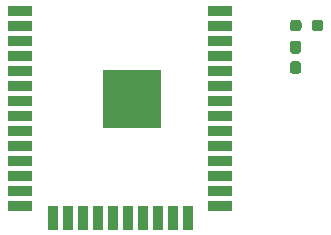
<source format=gbp>
G04 #@! TF.GenerationSoftware,KiCad,Pcbnew,(5.1.12)-1*
G04 #@! TF.CreationDate,2022-05-31T10:14:08-04:00*
G04 #@! TF.ProjectId,OMC_WIFI_PCB,4f4d435f-5749-4464-995f-5043422e6b69,rev?*
G04 #@! TF.SameCoordinates,Original*
G04 #@! TF.FileFunction,Paste,Bot*
G04 #@! TF.FilePolarity,Positive*
%FSLAX46Y46*%
G04 Gerber Fmt 4.6, Leading zero omitted, Abs format (unit mm)*
G04 Created by KiCad (PCBNEW (5.1.12)-1) date 2022-05-31 10:14:08*
%MOMM*%
%LPD*%
G01*
G04 APERTURE LIST*
%ADD10R,2.000000X0.900000*%
%ADD11R,0.900000X2.000000*%
%ADD12R,5.000000X5.000000*%
G04 APERTURE END LIST*
G36*
G01*
X678362500Y972837500D02*
X678362500Y972362500D01*
G75*
G02*
X678125000Y972125000I-237500J0D01*
G01*
X677625000Y972125000D01*
G75*
G02*
X677387500Y972362500I0J237500D01*
G01*
X677387500Y972837500D01*
G75*
G02*
X677625000Y973075000I237500J0D01*
G01*
X678125000Y973075000D01*
G75*
G02*
X678362500Y972837500I0J-237500D01*
G01*
G37*
G36*
G01*
X680187500Y972837500D02*
X680187500Y972362500D01*
G75*
G02*
X679950000Y972125000I-237500J0D01*
G01*
X679450000Y972125000D01*
G75*
G02*
X679212500Y972362500I0J237500D01*
G01*
X679212500Y972837500D01*
G75*
G02*
X679450000Y973075000I237500J0D01*
G01*
X679950000Y973075000D01*
G75*
G02*
X680187500Y972837500I0J-237500D01*
G01*
G37*
G36*
G01*
X677612500Y969575000D02*
X678087500Y969575000D01*
G75*
G02*
X678325000Y969337500I0J-237500D01*
G01*
X678325000Y968737500D01*
G75*
G02*
X678087500Y968500000I-237500J0D01*
G01*
X677612500Y968500000D01*
G75*
G02*
X677375000Y968737500I0J237500D01*
G01*
X677375000Y969337500D01*
G75*
G02*
X677612500Y969575000I237500J0D01*
G01*
G37*
G36*
G01*
X677612500Y971300000D02*
X678087500Y971300000D01*
G75*
G02*
X678325000Y971062500I0J-237500D01*
G01*
X678325000Y970462500D01*
G75*
G02*
X678087500Y970225000I-237500J0D01*
G01*
X677612500Y970225000D01*
G75*
G02*
X677375000Y970462500I0J237500D01*
G01*
X677375000Y971062500D01*
G75*
G02*
X677612500Y971300000I237500J0D01*
G01*
G37*
D10*
X654500000Y973850000D03*
X654500000Y972580000D03*
X654500000Y971310000D03*
X654500000Y970040000D03*
X654500000Y968770000D03*
X654500000Y967500000D03*
X654500000Y966230000D03*
X654500000Y964960000D03*
X654500000Y963690000D03*
X654500000Y962420000D03*
X654500000Y961150000D03*
X654500000Y959880000D03*
X654500000Y958610000D03*
X654500000Y957340000D03*
D11*
X657285000Y956340000D03*
X658555000Y956340000D03*
X659825000Y956340000D03*
X661095000Y956340000D03*
X662365000Y956340000D03*
X663635000Y956340000D03*
X664905000Y956340000D03*
X666175000Y956340000D03*
X667445000Y956340000D03*
X668715000Y956340000D03*
D10*
X671500000Y957340000D03*
X671500000Y958610000D03*
X671500000Y959880000D03*
X671500000Y961150000D03*
X671500000Y962420000D03*
X671500000Y963690000D03*
X671500000Y964960000D03*
X671500000Y966230000D03*
X671500000Y967500000D03*
X671500000Y968770000D03*
X671500000Y970040000D03*
X671500000Y971310000D03*
X671500000Y972580000D03*
X671500000Y973850000D03*
D12*
X664000000Y966350000D03*
M02*

</source>
